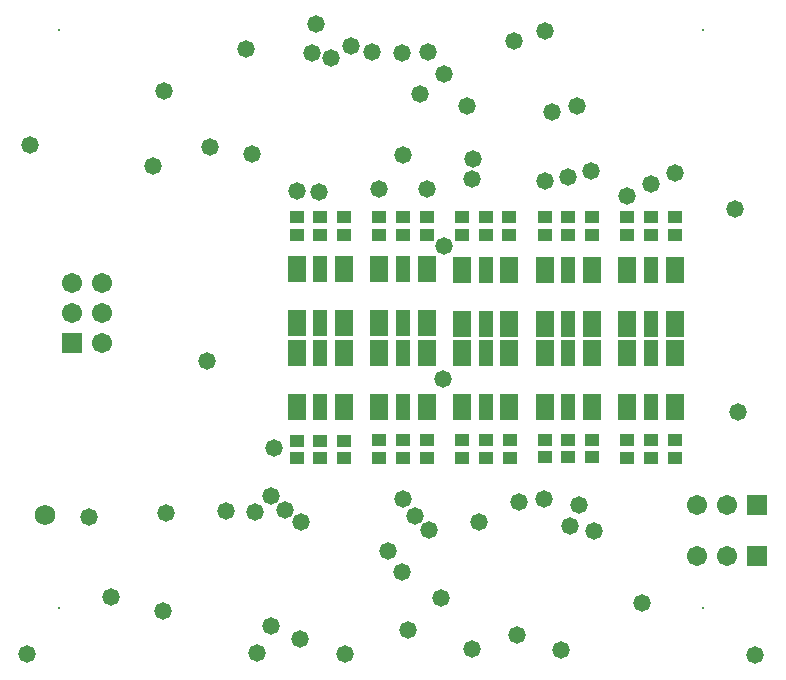
<source format=gbr>
%FSDAX33Y33*%
%MOMM*%
%SFA1B1*%

%IPPOS*%
%ADD11R,1.253200X1.003201*%
%ADD12R,1.603200X2.203201*%
%ADD13R,1.203201X2.203201*%
%ADD14C,0.203200*%
%ADD15C,1.727200*%
%ADD16C,1.703200*%
%ADD17R,1.703200X1.703200*%
%ADD18C,1.473200*%
%LNfilm_topsolder-1*%
%LPD*%
G54D15*
X008651Y023303D03*
G54D14*
X009851Y015403D03*
Y064303D03*
G54D17*
X010951Y037863D03*
G54D16*
X010951Y040403D03*
Y042943D03*
X013491Y037863D03*
Y040403D03*
Y042943D03*
G54D12*
X029951Y032403D03*
Y037003D03*
G54D11*
X029951Y028053D03*
Y029553D03*
G54D12*
X029951Y039503D03*
Y044103D03*
G54D11*
X029951Y046953D03*
Y048453D03*
X031951Y028053D03*
Y029553D03*
G54D13*
X031951Y032403D03*
Y037003D03*
Y039503D03*
Y044103D03*
G54D11*
X031951Y046953D03*
Y048453D03*
G54D12*
X033951Y032403D03*
Y037003D03*
G54D11*
X033951Y028053D03*
Y029553D03*
G54D12*
X033951Y039503D03*
Y044103D03*
G54D11*
X033951Y046953D03*
Y048453D03*
G54D12*
X036951Y032403D03*
Y037003D03*
Y039503D03*
Y044103D03*
G54D11*
X036951Y046953D03*
Y048453D03*
Y028103D03*
Y029603D03*
X038951Y028103D03*
Y029603D03*
G54D13*
X038951Y032403D03*
Y037003D03*
Y039503D03*
Y044103D03*
G54D11*
X038951Y046953D03*
Y048453D03*
G54D12*
X040951Y032403D03*
Y037003D03*
G54D11*
X040951Y028103D03*
Y029603D03*
G54D12*
X040951Y039503D03*
Y044103D03*
G54D11*
X040951Y046953D03*
Y048453D03*
X043951Y028103D03*
Y029603D03*
G54D12*
X043951Y032403D03*
Y037003D03*
Y039403D03*
Y044003D03*
G54D11*
X043951Y046953D03*
Y048453D03*
X045951Y028103D03*
Y029603D03*
G54D13*
X045951Y039403D03*
Y044003D03*
G54D11*
X045951Y046953D03*
Y048453D03*
G54D13*
X045951Y032403D03*
Y037003D03*
G54D12*
X047951Y032403D03*
Y037003D03*
Y039403D03*
Y044003D03*
G54D11*
X047951Y046953D03*
Y048453D03*
X048051Y028103D03*
Y029603D03*
X050951Y028153D03*
Y029653D03*
G54D12*
X050951Y032403D03*
Y037003D03*
G54D11*
X050951Y046953D03*
Y048453D03*
G54D12*
X050951Y039403D03*
Y044003D03*
G54D11*
X052951Y028153D03*
Y029653D03*
G54D13*
X052951Y032403D03*
Y037003D03*
Y039403D03*
Y044003D03*
G54D11*
X052951Y046953D03*
Y048453D03*
G54D12*
X054951Y032403D03*
Y037003D03*
G54D11*
X054951Y046953D03*
Y048453D03*
Y028153D03*
Y029653D03*
G54D12*
X054951Y039403D03*
Y044003D03*
G54D11*
X057951Y028103D03*
Y029603D03*
G54D12*
X057951Y032403D03*
Y037003D03*
Y039403D03*
Y044003D03*
G54D11*
X057951Y046953D03*
Y048453D03*
G54D13*
X059951Y039403D03*
Y044003D03*
G54D11*
X059951Y046953D03*
Y048453D03*
Y028103D03*
Y029603D03*
G54D13*
X059951Y032403D03*
Y037003D03*
G54D11*
X061951Y028103D03*
Y029603D03*
G54D12*
X061951Y032403D03*
Y037003D03*
Y039403D03*
Y044003D03*
G54D11*
X061951Y046953D03*
Y048453D03*
G54D16*
X063871Y019803D03*
Y024103D03*
G54D14*
X064351Y015403D03*
Y064303D03*
G54D16*
X066411Y019803D03*
Y024103D03*
G54D17*
X068951Y019803D03*
Y024103D03*
G54D18*
X007151Y011503D03*
X007351Y054603D03*
X012351Y023103D03*
X014251Y016303D03*
X017751Y052803D03*
X018651Y015103D03*
X018751Y059203D03*
X018851Y023403D03*
X022351Y036303D03*
X022651Y054403D03*
X023951Y023603D03*
X025651Y062703D03*
X026151Y053853D03*
X026451Y023503D03*
X026551Y011603D03*
X027751Y013903D03*
Y024903D03*
X028051Y028903D03*
X028951Y023703D03*
X029951Y050703D03*
X030216Y012768D03*
X030351Y022703D03*
X031251Y062403D03*
X031551Y064803D03*
X031851Y050603D03*
X032875Y061963D03*
X034051Y011503D03*
X034551Y063003D03*
X036351Y062503D03*
X036951Y050903D03*
X037651Y020203D03*
X038851Y018403D03*
Y062403D03*
X038951Y053703D03*
Y024603D03*
X039351Y013503D03*
X039951Y023203D03*
X040351Y058903D03*
X040951Y050903D03*
X041051Y062503D03*
X041151Y022003D03*
X042151Y016203D03*
X042351Y034803D03*
X042451Y046003D03*
X042451Y060603D03*
X044351Y057903D03*
X044751Y011903D03*
Y051703D03*
X044851Y053403D03*
X045351Y022703D03*
X048351Y063403D03*
X048616Y013138D03*
X048792Y024403D03*
X050851Y024603D03*
X050951Y051503D03*
Y064203D03*
X051598Y057376D03*
X052351Y011803D03*
X052951Y051903D03*
X053051Y022303D03*
X053651Y057903D03*
X053851Y024103D03*
X054851Y052403D03*
X055151Y021903D03*
X057951Y050303D03*
X059151Y015803D03*
X059951Y051303D03*
X061951Y052203D03*
X067051Y049203D03*
X067351Y032003D03*
X068751Y011403D03*
M02*
</source>
